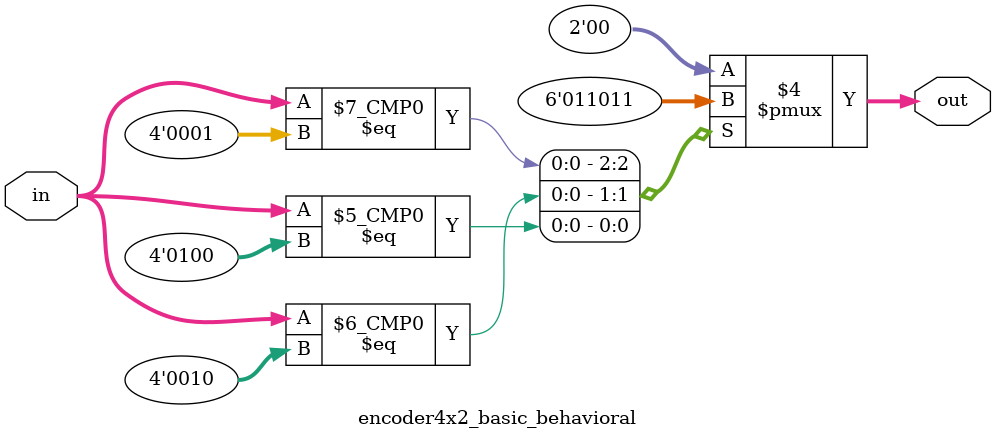
<source format=v>
module encoder4x2_basic_behavioral(input [3:0] in, output reg [1:0] out);

    always @* begin
        case(in)
            4'b0001: out = 2'b01;
            4'b0010: out = 2'b10;
            4'b0100: out = 2'b11;
            4'b1000: out = 2'b00;
            default: out = 2'b00; // Handle undefined case
        endcase
    end

endmodule

</source>
